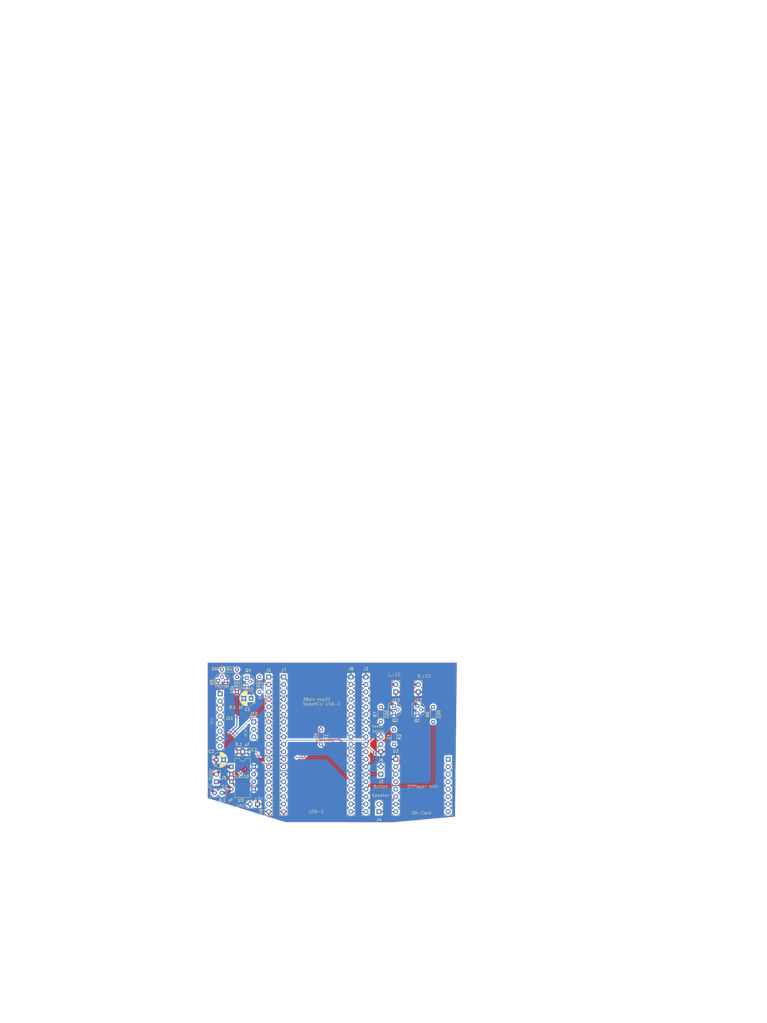
<source format=kicad_pcb>
(kicad_pcb (version 20240108) (generator "pcbnew") (generator_version "8.0")
  (layers (0 "F.Cu" signal) (31 "B.Cu" signal) (34 "B.Paste" user) (35 "F.Paste" user) (36 "B.SilkS" user "B.Silkscreen") (37 "F.SilkS" user "F.Silkscreen") (38 "B.Mask" user) (39 "F.Mask" user) (44 "Edge.Cuts" user))
  (net 0 "")
  (net 1 "/MCU/button_in")
  (net 2 "GND")
  (net 3 "Net-(J5-Pin_2)")
  (net 4 "Net-(J5-Pin_1)")
  (net 5 "/MCU/servo_PWM")
  (net 6 "+5V")
  (net 7 "/MCU/Touch1")
  (net 8 "Net-(J1-Pin_2)")
  (net 9 "Net-(J1-Pin_3)")
  (net 10 "Net-(J1-Pin_5)")
  (net 11 "Main Serial Rx")
  (net 12 "/MCU/TFT_A0")
  (net 13 "/MCU/TFT_RESET")
  (net 14 "Net-(J1-Pin_4)")
  (net 15 "Main Serial Tx")
  (net 16 "+3.3V")
  (net 17 "Net-(J1-Pin_12)")
  (net 18 "Net-(J1-Pin_6)")
  (net 19 "/MCU/Touch2")
  (net 20 "/MCU/Touch3")
  (net 21 "/MCU/TFT_LED_on")
  (net 22 "Net-(J2-Pin_36)")
  (net 23 "/MCU/VSPI_MOSI")
  (net 24 "/DFPlayer/DFPlayer_Rx")
  (net 25 "/MCU/VSPI_MISO")
  (net 26 "/MCU/VSPI_CS")
  (net 27 "/MCU/counterclockwise")
  (net 28 "/DFPlayer/DFPlayer_Tx")
  (net 29 "/MCU/VSPI_CLK")
  (net 30 "/LEDs/left_LED_base")
  (net 31 "/LEDs/right_LED_base")
  (net 32 "Net-(Q4-B)")
  (net 33 "Net-(J11-Pin_1)")
  (net 34 "Net-(J12-Pin_2)")
  (net 35 "Net-(J13-Pin_2)")
  (net 36 "Net-(Q1-B)")
  (net 37 "Net-(Q2-B)")
  (net 38 "Net-(Q4-C)")
  (net 39 "Net-(U2-RX)")
  (net 40 "Net-(Q5-B)")
  (net 50 "Net-(J1-Pin_16)")
  (net 51 "Net-(J1-Pin_18)")
  (net 52 "Net-(J1-Pin_17)")
  (net 53 "/MCU/clockwise")
  (net 54 "Net-(J2-Pin_22)")
  (net 55 "Net-(J2-Pin_20)")
  (net 56 "Net-(J2-Pin_21)")
  (net 57 "/DFPlayer/speaker +")
  (net 58 "/DFPlayer/speaker -")
  (footprint "Connector_PinSocket_2.54mm:PinSocket_1x02_P2.54mm_Vertical" (layer "F.Cu") (at 153.67 257.81 180)
    (property "Reference" "J13" (at 0 -2.77 0) (layer "F.SilkS"))
    (property "Value" "right LED")
    (pad "1" thru_hole rect (at 0 0 180) (size 1.7 1.7) (drill 1) (layers "*.Cu" "*.Mask") (net 6 "+5V"))
    (pad "2" thru_hole oval (at 0 2.54 180) (size 1.7 1.7) (drill 1) (layers "*.Cu" "*.Mask") (net 35 "Net-(J13-Pin_2)"))
  )
  (footprint "Connector_PinSocket_2.54mm:PinSocket_1x02_P2.54mm_Vertical" (layer "F.Cu") (at 92.71 288.29 180)
    (property "Reference" "J5" (at -2.54 1.27 0) (layer "F.SilkS"))
    (property "Value" "wormdrive motor")
    (pad "1" thru_hole rect (at 0 0 180) (size 1.7 1.7) (drill 1) (layers "*.Cu" "*.Mask") (net 4 "Net-(J5-Pin_1)"))
    (pad "2" thru_hole oval (at 0 2.54 180) (size 1.7 1.7) (drill 1) (layers "*.Cu" "*.Mask") (net 3 "Net-(J5-Pin_2)"))
  )
  (footprint "Connector_PinSocket_2.54mm:PinSocket_1x03_P2.54mm_Vertical" (layer "F.Cu") (at 105.41 267.97)
    (property "Reference" "J10" (at 0 -2.77 0) (layer "F.SilkS"))
    (property "Value" "Touch")
    (pad "1" thru_hole rect (at 0 0) (size 1.7 1.7) (drill 1) (layers "*.Cu" "*.Mask") (net 7 "/MCU/Touch1"))
    (pad "2" thru_hole oval (at 0 2.54) (size 1.7 1.7) (drill 1) (layers "*.Cu" "*.Mask") (net 19 "/MCU/Touch2"))
    (pad "3" thru_hole oval (at 0 5.08) (size 1.7 1.7) (drill 1) (layers "*.Cu" "*.Mask") (net 20 "/MCU/Touch3"))
  )
  (footprint "Connector_PinSocket_2.54mm:PinSocket_1x02_P2.54mm_Vertical" (layer "F.Cu") (at 148.59 285.75 180)
    (property "Reference" "J3" (at 0 -2.54 0) (layer "F.SilkS"))
    (property "Value" "Button")
    (pad "1" thru_hole rect (at 0 0 180) (size 1.7 1.7) (drill 1) (layers "*.Cu" "*.Mask") (net 1 "/MCU/button_in"))
    (pad "2" thru_hole oval (at 0 2.54 180) (size 1.7 1.7) (drill 1) (layers "*.Cu" "*.Mask") (net 2 "GND"))
  )
  (footprint "Resistor_THT:R_Axial_DIN0204_L3.6mm_D1.6mm_P5.08mm_Horizontal" (layer "F.Cu") (at 153.035 270.51 -90)
    (property "Reference" "R2" (at 2.54 -1.92 90) (layer "F.SilkS"))
    (property "Value" "1k" (at 2.54 1.92 90) (layer "F.SilkS"))
    (pad "1" thru_hole circle (at 0 0 270) (size 1.4 1.4) (drill 0.7) (layers "*.Cu" "*.Mask") (net 24 "/DFPlayer/DFPlayer_Rx"))
    (pad "2" thru_hole oval (at 5.08 0 270) (size 1.4 1.4) (drill 0.7) (layers "*.Cu" "*.Mask") (net 39 "Net-(U2-RX)"))
  )
  (footprint "1x19_renumbered:PinSocket_1x19_P2.54mm_Vertical_renumbered" (layer "F.Cu") (at 138.43 252.73)
    (property "Reference" "J8" (at 0 -2.77 0) (layer "F.SilkS"))
    (property "Value" "MCU20-38")
    (pad "20" thru_hole oval (at 0 45.72) (size 1.7 1.7) (drill 1) (layers "*.Cu" "*.Mask") (net 55 "Net-(J2-Pin_20)"))
    (pad "21" thru_hole oval (at 0 43.18) (size 1.7 1.7) (drill 1) (layers "*.Cu" "*.Mask") (net 56 "Net-(J2-Pin_21)"))
    (pad "22" thru_hole oval (at 0 40.64) (size 1.7 1.7) (drill 1) (layers "*.Cu" "*.Mask") (net 54 "Net-(J2-Pin_22)"))
    (pad "23" thru_hole oval (at 0 38.1) (size 1.7 1.7) (drill 1) (layers "*.Cu" "*.Mask") (net 30 "/LEDs/left_LED_base"))
    (pad "24" thru_hole oval (at 0 35.56) (size 1.7 1.7) (drill 1) (layers "*.Cu" "*.Mask") (net 26 "/MCU/VSPI_CS"))
    (pad "25" thru_hole oval (at 0 33.02) (size 1.7 1.7) (drill 1) (layers "*.Cu" "*.Mask") (net 1 "/MCU/button_in"))
    (pad "26" thru_hole oval (at 0 30.48) (size 1.7 1.7) (drill 1) (layers "*.Cu" "*.Mask") (net 5 "/MCU/servo_PWM"))
    (pad "27" thru_hole oval (at 0 27.94) (size 1.7 1.7) (drill 1) (layers "*.Cu" "*.Mask") (net 27 "/MCU/counterclockwise"))
    (pad "28" thru_hole oval (at 0 25.4) (size 1.7 1.7) (drill 1) (layers "*.Cu" "*.Mask") (net 53 "/MCU/clockwise"))
    (pad "29" thru_hole oval (at 0 22.86) (size 1.7 1.7) (drill 1) (layers "*.Cu" "*.Mask") (net 31 "/LEDs/right_LED_base"))
    (pad "30" thru_hole oval (at 0 20.32) (size 1.7 1.7) (drill 1) (layers "*.Cu" "*.Mask") (net 29 "/MCU/VSPI_CLK"))
    (pad "31" thru_hole oval (at 0 17.78) (size 1.7 1.7) (drill 1) (layers "*.Cu" "*.Mask") (net 25 "/MCU/VSPI_MISO"))
    (pad "32" thru_hole oval (at 0 15.24) (size 1.7 1.7) (drill 1) (layers "*.Cu" "*.Mask") (net 2 "GND"))
    (pad "33" thru_hole oval (at 0 12.7) (size 1.7 1.7) (drill 1) (layers "*.Cu" "*.Mask") (net 21 "/MCU/TFT_LED_on"))
    (pad "34" thru_hole oval (at 0 10.16) (size 1.7 1.7) (drill 1) (layers "*.Cu" "*.Mask") (net 11 "Main Serial Rx"))
    (pad "35" thru_hole oval (at 0 7.62) (size 1.7 1.7) (drill 1) (layers "*.Cu" "*.Mask") (net 15 "Main Serial Tx"))
    (pad "36" thru_hole oval (at 0 5.08) (size 1.7 1.7) (drill 1) (layers "*.Cu" "*.Mask") (net 22 "Net-(J2-Pin_36)"))
    (pad "37" thru_hole oval (at 0 2.54) (size 1.7 1.7) (drill 1) (layers "*.Cu" "*.Mask") (net 23 "/MCU/VSPI_MOSI"))
    (pad "38" thru_hole rect (at 0 0) (size 1.7 1.7) (drill 1) (layers "*.Cu" "*.Mask") (net 2 "GND"))
  )
  (footprint "Package_TO_SOT_THT:TO-92" (layer "F.Cu") (at 161 262.5 -90)
    (property "Reference" "Q1" (at 5 0 180) (layer "F.SilkS"))
    (property "Value" "Q_NPN_CBE BC337")
    (pad "1" thru_hole rect (at 0 0 270) (size 1.3 1.3) (drill 0.75) (layers "*.Cu" "*.Mask") (net 34 "Net-(J12-Pin_2)"))
    (pad "2" thru_hole circle (at 1.27 -1.27 270) (size 1.3 1.3) (drill 0.75) (layers "*.Cu" "*.Mask") (net 36 "Net-(Q1-B)"))
    (pad "3" thru_hole circle (at 2.54 0 270) (size 1.3 1.3) (drill 0.75) (layers "*.Cu" "*.Mask") (net 2 "GND"))
  )
  (footprint "Resistor_THT:R_Axial_DIN0204_L3.6mm_D1.6mm_P5.08mm_Horizontal" (layer "F.Cu") (at 128.27 270.51 -90)
    (property "Reference" "R1" (at 2.54 -1.92 90) (layer "F.SilkS"))
    (property "Value" "10k" (at 2.54 1.92 90) (layer "F.SilkS"))
    (pad "1" thru_hole circle (at 0 0 270) (size 1.4 1.4) (drill 0.7) (layers "*.Cu" "*.Mask") (net 16 "+3.3V"))
    (pad "2" thru_hole oval (at 5.08 0 270) (size 1.4 1.4) (drill 0.7) (layers "*.Cu" "*.Mask") (net 1 "/MCU/button_in"))
  )
  (footprint "Capacitor_THT:CP_Radial_D5.0mm_P2.50mm" (layer "F.Cu") (at 92.652179 280.855162)
    (property "Reference" "C3" (at -1.652179 -2.855162 360) (layer "F.SilkS"))
    (property "Value" "10 uF" (at 0.847821 1.644838 360) (layer "B.SilkS") (effects (justify mirror)))
    (pad "1" thru_hole rect (at 0 0) (size 1.6 1.6) (drill 0.8) (layers "*.Cu" "*.Mask") (net 6 "+5V"))
    (pad "2" thru_hole circle (at 2.5 0) (size 1.6 1.6) (drill 0.8) (layers "*.Cu" "*.Mask") (net 2 "GND"))
  )
  (footprint "Connector_PinSocket_2.54mm:PinSocket_1x08_P2.54mm_Vertical" (layer "F.Cu") (at 93.98 258.445)
    (property "Reference" "J11" (at 3.175 8.255 0) (layer "F.SilkS"))
    (property "Value" "TFT")
    (pad "1" thru_hole rect (at 0 0) (size 1.7 1.7) (drill 1) (layers "*.Cu" "*.Mask") (net 33 "Net-(J11-Pin_1)"))
    (pad "2" thru_hole oval (at 0 2.54) (size 1.7 1.7) (drill 1) (layers "*.Cu" "*.Mask") (net 29 "/MCU/VSPI_CLK"))
    (pad "3" thru_hole oval (at 0 5.08) (size 1.7 1.7) (drill 1) (layers "*.Cu" "*.Mask") (net 23 "/MCU/VSPI_MOSI"))
    (pad "4" thru_hole oval (at 0 7.62) (size 1.7 1.7) (drill 1) (layers "*.Cu" "*.Mask") (net 12 "/MCU/TFT_A0"))
    (pad "5" thru_hole oval (at 0 10.16) (size 1.7 1.7) (drill 1) (layers "*.Cu" "*.Mask") (net 13 "/MCU/TFT_RESET"))
    (pad "6" thru_hole oval (at 0 12.7) (size 1.7 1.7) (drill 1) (layers "*.Cu" "*.Mask") (net 26 "/MCU/VSPI_CS"))
    (pad "7" thru_hole oval (at 0 15.24) (size 1.7 1.7) (drill 1) (layers "*.Cu" "*.Mask") (net 2 "GND"))
    (pad "8" thru_hole oval (at 0 17.78) (size 1.7 1.7) (drill 1) (layers "*.Cu" "*.Mask") (net 16 "+3.3V"))
  )
  (footprint "Connector_PinHeader_2.54mm:PinHeader_1x19_P2.54mm_Vertical" (layer "F.Cu") (at 110.49 252.73)
    (property "Reference" "J1" (at 0 -2.33 0) (layer "F.SilkS"))
    (property "Value" "MCU1-19")
    (pad "1" thru_hole rect (at 0 0) (size 1.7 1.7) (drill 1) (layers "*.Cu" "*.Mask") (net 16 "+3.3V"))
    (pad "2" thru_hole oval (at 0 2.54) (size 1.7 1.7) (drill 1) (layers "*.Cu" "*.Mask") (net 8 "Net-(J1-Pin_2)"))
    (pad "3" thru_hole oval (at 0 5.08) (size 1.7 1.7) (drill 1) (layers "*.Cu" "*.Mask") (net 9 "Net-(J1-Pin_3)"))
    (pad "4" thru_hole oval (at 0 7.62) (size 1.7 1.7) (drill 1) (layers "*.Cu" "*.Mask") (net 14 "Net-(J1-Pin_4)"))
    (pad "5" thru_hole oval (at 0 10.16) (size 1.7 1.7) (drill 1) (layers "*.Cu" "*.Mask") (net 10 "Net-(J1-Pin_5)"))
    (pad "6" thru_hole oval (at 0 12.7) (size 1.7 1.7) (drill 1) (layers "*.Cu" "*.Mask") (net 18 "Net-(J1-Pin_6)"))
    (pad "7" thru_hole oval (at 0 15.24) (size 1.7 1.7) (drill 1) (layers "*.Cu" "*.Mask") (net 7 "/MCU/Touch1"))
    (pad "8" thru_hole oval (at 0 17.78) (size 1.7 1.7) (drill 1) (layers "*.Cu" "*.Mask") (net 19 "/MCU/Touch2"))
    (pad "9" thru_hole oval (at 0 20.32) (size 1.7 1.7) (drill 1) (layers "*.Cu" "*.Mask") (net 28 "/DFPlayer/DFPlayer_Tx"))
    (pad "10" thru_hole oval (at 0 22.86) (size 1.7 1.7) (drill 1) (layers "*.Cu" "*.Mask") (net 24 "/DFPlayer/DFPlayer_Rx"))
    (pad "11" thru_hole oval (at 0 25.4) (size 1.7 1.7) (drill 1) (layers "*.Cu" "*.Mask") (net 20 "/MCU/Touch3"))
    (pad "12" thru_hole oval (at 0 27.94) (size 1.7 1.7) (drill 1) (layers "*.Cu" "*.Mask") (net 17 "Net-(J1-Pin_12)"))
    (pad "13" thru_hole oval (at 0 30.48) (size 1.7 1.7) (drill 1) (layers "*.Cu" "*.Mask") (net 12 "/MCU/TFT_A0"))
    (pad "14" thru_hole oval (at 0 33.02) (size 1.7 1.7) (drill 1) (layers "*.Cu" "*.Mask") (net 2 "GND"))
    (pad "15" thru_hole oval (at 0 35.56) (size 1.7 1.7) (drill 1) (layers "*.Cu" "*.Mask") (net 13 "/MCU/TFT_RESET"))
    (pad "16" thru_hole oval (at 0 38.1) (size 1.7 1.7) (drill 1) (layers "*.Cu" "*.Mask") (net 50 "Net-(J1-Pin_16)"))
    (pad "17" thru_hole oval (at 0 40.64) (size 1.7 1.7) (drill 1) (layers "*.Cu" "*.Mask") (net 52 "Net-(J1-Pin_17)"))
    (pad "18" thru_hole oval (at 0 43.18) (size 1.7 1.7) (drill 1) (layers "*.Cu" "*.Mask") (net 51 "Net-(J1-Pin_18)"))
    (pad "19" thru_hole oval (at 0 45.72) (size 1.7 1.7) (drill 1) (layers "*.Cu" "*.Mask") (net 6 "+5V"))
  )
  (footprint "Connector_PinHeader_2.54mm:PinHeader_1x19_P2.54mm_Vertical" (layer "F.Cu") (at 115.57 252.73)
    (property "Reference" "J7" (at 0 -2.33 0) (layer "F.SilkS"))
    (property "Value" "MCU1-19")
    (pad "1" thru_hole rect (at 0 0) (size 1.7 1.7) (drill 1) (layers "*.Cu" "*.Mask") (net 16 "+3.3V"))
    (pad "2" thru_hole oval (at 0 2.54) (size 1.7 1.7) (drill 1) (layers "*.Cu" "*.Mask") (net 8 "Net-(J1-Pin_2)"))
    (pad "3" thru_hole oval (at 0 5.08) (size 1.7 1.7) (drill 1) (layers "*.Cu" "*.Mask") (net 9 "Net-(J1-Pin_3)"))
    (pad "4" thru_hole oval (at 0 7.62) (size 1.7 1.7) (drill 1) (layers "*.Cu" "*.Mask") (net 14 "Net-(J1-Pin_4)"))
    (pad "5" thru_hole oval (at 0 10.16) (size 1.7 1.7) (drill 1) (layers "*.Cu" "*.Mask") (net 10 "Net-(J1-Pin_5)"))
    (pad "6" thru_hole oval (at 0 12.7) (size 1.7 1.7) (drill 1) (layers "*.Cu" "*.Mask") (net 18 "Net-(J1-Pin_6)"))
    (pad "7" thru_hole oval (at 0 15.24) (size 1.7 1.7) (drill 1) (layers "*.Cu" "*.Mask") (net 7 "/MCU/Touch1"))
    (pad "8" thru_hole oval (at 0 17.78) (size 1.7 1.7) (drill 1) (layers "*.Cu" "*.Mask") (net 19 "/MCU/Touch2"))
    (pad "9" thru_hole oval (at 0 20.32) (size 1.7 1.7) (drill 1) (layers "*.Cu" "*.Mask") (net 28 "/DFPlayer/DFPlayer_Tx"))
    (pad "10" thru_hole oval (at 0 22.86) (size 1.7 1.7) (drill 1) (layers "*.Cu" "*.Mask") (net 24 "/DFPlayer/DFPlayer_Rx"))
    (pad "11" thru_hole oval (at 0 25.4) (size 1.7 1.7) (drill 1) (layers "*.Cu" "*.Mask") (net 20 "/MCU/Touch3"))
    (pad "12" thru_hole oval (at 0 27.94) (size 1.7 1.7) (drill 1) (layers "*.Cu" "*.Mask") (net 17 "Net-(J1-Pin_12)"))
    (pad "13" thru_hole oval (at 0 30.48) (size 1.7 1.7) (drill 1) (layers "*.Cu" "*.Mask") (net 12 "/MCU/TFT_A0"))
    (pad "14" thru_hole oval (at 0 33.02) (size 1.7 1.7) (drill 1) (layers "*.Cu" "*.Mask") (net 2 "GND"))
    (pad "15" thru_hole oval (at 0 35.56) (size 1.7 1.7) (drill 1) (layers "*.Cu" "*.Mask") (net 13 "/MCU/TFT_RESET"))
    (pad "16" thru_hole oval (at 0 38.1) (size 1.7 1.7) (drill 1) (layers "*.Cu" "*.Mask") (net 50 "Net-(J1-Pin_16)"))
    (pad "17" thru_hole oval (at 0 40.64) (size 1.7 1.7) (drill 1) (layers "*.Cu" "*.Mask") (net 52 "Net-(J1-Pin_17)"))
    (pad "18" thru_hole oval (at 0 43.18) (size 1.7 1.7) (drill 1) (layers "*.Cu" "*.Mask") (net 51 "Net-(J1-Pin_18)"))
    (pad "19" thru_hole oval (at 0 45.72) (size 1.7 1.7) (drill 1) (layers "*.Cu" "*.Mask") (net 6 "+5V"))
  )
  (footprint "Connector_PinSocket_2.54mm:PinSocket_1x02_P2.54mm_Vertical" (layer "F.Cu") (at 161.29 257.81 180)
    (property "Reference" "J12" (at 0 -2.77 0) (layer "F.SilkS"))
    (property "Value" "left LED")
    (pad "1" thru_hole rect (at 0 0 180) (size 1.7 1.7) (drill 1) (layers "*.Cu" "*.Mask") (net 6 "+5V"))
    (pad "2" thru_hole oval (at 0 2.54 180) (size 1.7 1.7) (drill 1) (layers "*.Cu" "*.Mask") (net 34 "Net-(J12-Pin_2)"))
  )
  (footprint "DFPlayer:DFPlayer" (layer "F.Cu") (at 153.67 280.67)
    (property "Reference" "U2" (at 0 -2.77 0) (layer "F.SilkS"))
    (property "Value" "DFPLAYER_MINI" (hide yes))
    (pad "1" thru_hole rect (at 0 0) (size 1.7 1.7) (drill 1) (layers "*.Cu" "*.Mask") (net 6 "+5V"))
    (pad "2" thru_hole oval (at 0 2.54) (size 1.7 1.7) (drill 1) (layers "*.Cu" "*.Mask") (net 39 "Net-(U2-RX)"))
    (pad "3" thru_hole oval (at 0 5.08) (size 1.7 1.7) (drill 1) (layers "*.Cu" "*.Mask") (net 28 "/DFPlayer/DFPlayer_Tx"))
    (pad "4" thru_hole oval (at 0 7.62) (size 1.7 1.7) (drill 1) (layers "*.Cu" "*.Mask"))
    (pad "5" thru_hole oval (at 0 10.16) (size 1.7 1.7) (drill 1) (layers "*.Cu" "*.Mask"))
    (pad "6" thru_hole oval (at 0 12.7) (size 1.7 1.7) (drill 1) (layers "*.Cu" "*.Mask") (net 57 "/DFPlayer/speaker +"))
    (pad "7" thru_hole oval (at 0 15.24) (size 1.7 1.7) (drill 1) (layers "*.Cu" "*.Mask") (net 2 "GND"))
    (pad "8" thru_hole oval (at 0 17.78) (size 1.7 1.7) (drill 1) (layers "*.Cu" "*.Mask") (net 58 "/DFPlayer/speaker -"))
    (pad "9" thru_hole oval (at 17.78 17.78) (size 1.7 1.7) (drill 1) (layers "*.Cu" "*.Mask"))
    (pad "10" thru_hole oval (at 17.78 15.24) (size 1.7 1.7) (drill 1) (layers "*.Cu" "*.Mask") (net 2 "GND"))
    (pad "11" thru_hole oval (at 17.78 12.7) (size 1.7 1.7) (drill 1) (layers "*.Cu" "*.Mask"))
    (pad "12" thru_hole oval (at 17.78 10.16) (size 1.7 1.7) (drill 1) (layers "*.Cu" "*.Mask"))
    (pad "13" thru_hole oval (at 17.78 7.62) (size 1.7 1.7) (drill 1) (layers "*.Cu" "*.Mask"))
    (pad "14" thru_hole oval (at 17.78 5.08) (size 1.7 1.7) (drill 1) (layers "*.Cu" "*.Mask"))
    (pad "15" thru_hole oval (at 17.78 2.54) (size 1.7 1.7) (drill 1) (layers "*.Cu" "*.Mask"))
    (pad "16" thru_hole rect (at 17.78 0) (size 1.7 1.7) (drill 1) (layers "*.Cu" "*.Mask"))
  )
  (footprint "1x19_renumbered:PinSocket_1x19_P2.54mm_Vertical_renumbered" (layer "F.Cu") (at 143.51 252.73)
    (property "Reference" "J2" (at 0 -2.77 0) (layer "F.SilkS"))
    (property "Value" "MCU20-38")
    (pad "20" thru_hole oval (at 0 45.72) (size 1.7 1.7) (drill 1) (layers "*.Cu" "*.Mask") (net 55 "Net-(J2-Pin_20)"))
    (pad "21" thru_hole oval (at 0 43.18) (size 1.7 1.7) (drill 1) (layers "*.Cu" "*.Mask") (net 56 "Net-(J2-Pin_21)"))
    (pad "22" thru_hole oval (at 0 40.64) (size 1.7 1.7) (drill 1) (layers "*.Cu" "*.Mask") (net 54 "Net-(J2-Pin_22)"))
    (pad "23" thru_hole oval (at 0 38.1) (size 1.7 1.7) (drill 1) (layers "*.Cu" "*.Mask") (net 30 "/LEDs/left_LED_base"))
    (pad "24" thru_hole oval (at 0 35.56) (size 1.7 1.7) (drill 1) (layers "*.Cu" "*.Mask") (net 26 "/MCU/VSPI_CS"))
    (pad "25" thru_hole oval (at 0 33.02) (size 1.7 1.7) (drill 1) (layers "*.Cu" "*.Mask") (net 1 "/MCU/button_in"))
    (pad "26" thru_hole oval (at 0 30.48) (size 1.7 1.7) (drill 1) (layers "*.Cu" "*.Mask") (net 5 "/MCU/servo_PWM"))
    (pad "27" thru_hole oval (at 0 27.94) (size 1.7 1.7) (drill 1) (layers "*.Cu" "*.Mask") (net 27 "/MCU/counterclockwise"))
    (pad "28" thru_hole oval (at 0 25.4) (size 1.7 1.7) (drill 1) (layers "*.Cu" "*.Mask") (net 53 "/MCU/clockwise"))
    (pad "29" thru_hole oval (at 0 22.86) (size 1.7 1.7) (drill 1) (layers "*.Cu" "*.Mask") (net 31 "/LEDs/right_LED_base"))
    (pad "30" thru_hole oval (at 0 20.32) (size 1.7 1.7) (drill 1) (layers "*.Cu" "*.Mask") (net 29 "/MCU/VSPI_CLK"))
    (pad "31" thru_hole oval (at 0 17.78) (size 1.7 1.7) (drill 1) (layers "*.Cu" "*.Mask") (net 25 "/MCU/VSPI_MISO"))
    (pad "32" thru_hole oval (at 0 15.24) (size 1.7 1.7) (drill 1) (layers "*.Cu" "*.Mask") (net 2 "GND"))
    (pad "33" thru_hole oval (at 0 12.7) (size 1.7 1.7) (drill 1) (layers "*.Cu" "*.Mask") (net 21 "/MCU/TFT_LED_on"))
    (pad "34" thru_hole oval (at 0 10.16) (size 1.7 1.7) (drill 1) (layers "*.Cu" "*.Mask") (net 11 "Main Serial Rx"))
    (pad "35" thru_hole oval (at 0 7.62) (size 1.7 1.7) (drill 1) (layers "*.Cu" "*.Mask") (net 15 "Main Serial Tx"))
    (pad "36" thru_hole oval (at 0 5.08) (size 1.7 1.7) (drill 1) (layers "*.Cu" "*.Mask") (net 22 "Net-(J2-Pin_36)"))
    (pad "37" thru_hole oval (at 0 2.54) (size 1.7 1.7) (drill 1) (layers "*.Cu" "*.Mask") (net 23 "/MCU/VSPI_MOSI"))
    (pad "38" thru_hole rect (at 0 0) (size 1.7 1.7) (drill 1) (layers "*.Cu" "*.Mask") (net 2 "GND"))
  )
  (footprint "Capacitor_THT:C_Disc_D5.0mm_W2.5mm_P2.50mm" (layer "F.Cu") (at 92.095 292.1)
    (property "Reference" "C1" (at 3.405 -2.1 0) (layer "F.SilkS"))
    (property "Value" "0,1 uF" (at 3.905 2.4 0) (layer "F.SilkS"))
    (pad "1" thru_hole circle (at 0 0) (size 1.6 1.6) (drill 0.8) (layers "*.Cu" "*.Mask") (net 3 "Net-(J5-Pin_2)"))
    (pad "2" thru_hole circle (at 2.5 0) (size 1.6 1.6) (drill 0.8) (layers "*.Cu" "*.Mask") (net 4 "Net-(J5-Pin_1)"))
  )
  (footprint "Resistor_THT:R_Axial_DIN0204_L3.6mm_D1.6mm_P5.08mm_Horizontal" (layer "F.Cu") (at 148.59 267.97 90)
    (property "Reference" "R7" (at 2.54 -1.92 90) (layer "F.SilkS"))
    (property "Value" "220" (at 2.54 1.92 90) (layer "F.SilkS"))
    (pad "1" thru_hole circle (at 0 0 90) (size 1.4 1.4) (drill 0.7) (layers "*.Cu" "*.Mask") (net 31 "/LEDs/right_LED_base"))
    (pad "2" thru_hole oval (at 5.08 0 90) (size 1.4 1.4) (drill 0.7) (layers "*.Cu" "*.Mask") (net 37 "Net-(Q2-B)"))
  )
  (footprint "Package_TO_SOT_THT:TO-92" (layer "F.Cu") (at 93.345 254)
    (property "Reference" "Q5" (at -2.213303 0.5 90) (layer "F.SilkS"))
    (property "Value" "BC327" (at 1.155 2 0) (layer "B.SilkS") (effects (justify mirror)))
    (pad "1" thru_hole rect (at 0 0) (size 1.3 1.3) (drill 0.75) (layers "*.Cu" "*.Mask") (net 33 "Net-(J11-Pin_1)"))
    (pad "2" thru_hole circle (at 1.27 -1.27) (size 1.3 1.3) (drill 0.75) (layers "*.Cu" "*.Mask") (net 40 "Net-(Q5-B)"))
    (pad "3" thru_hole circle (at 2.54 0) (size 1.3 1.3) (drill 0.75) (layers "*.Cu" "*.Mask") (net 6 "+5V"))
  )
  (footprint "Capacitor_THT:C_Disc_D5.0mm_W2.5mm_P2.50mm" (layer "F.Cu") (at 102.87 278.13 180)
    (property "Reference" "C2" (at -2.63 0.63 0) (layer "F.SilkS"))
    (property "Value" "0,1 uF" (at 1.25 2.5 0) (layer "F.SilkS"))
    (pad "1" thru_hole circle (at 0 0 180) (size 1.6 1.6) (drill 0.8) (layers "*.Cu" "*.Mask") (net 2 "GND"))
    (pad "2" thru_hole circle (at 2.5 0 180) (size 1.6 1.6) (drill 0.8) (layers "*.Cu" "*.Mask") (net 6 "+5V"))
  )
  (footprint "Connector_PinSocket_2.54mm:PinSocket_1x02_P2.54mm_Vertical" (layer "F.Cu") (at 106.68 295.935 -90)
    (property "Reference" "J9" (at 2.515 -1.27 90) (layer "F.SilkS"))
    (property "Value" "Power")
    (pad "1" thru_hole rect (at 0 0 270) (size 1.7 1.7) (drill 1) (layers "*.Cu" "*.Mask") (net 6 "+5V"))
    (pad "2" thru_hole oval (at 0 2.54 270) (size 1.7 1.7) (drill 1) (layers "*.Cu" "*.Mask") (net 2 "GND"))
  )
  (footprint "Capacitor_THT:CP_Radial_D5.0mm_P2.50mm" (layer "F.Cu") (at 104.5 260 180)
    (property "Reference" "C5" (at 1.25 -3.75 0) (layer "F.SilkS"))
    (property "Value" "0.1 uF" (at 5 -3 0) (layer "F.SilkS"))
    (pad "1" thru_hole rect (at 0 0 180) (size 1.6 1.6) (drill 0.8) (layers "*.Cu" "*.Mask") (net 8 "Net-(J1-Pin_2)"))
    (pad "2" thru_hole circle (at 2.5 0 180) (size 1.6 1.6) (drill 0.8) (layers "*.Cu" "*.Mask") (net 2 "GND"))
  )
  (footprint "Connector_PinSocket_2.54mm:PinSocket_1x02_P2.54mm_Vertical" (layer "F.Cu") (at 147.955 298.45 180)
    (property "Reference" "J4" (at 0 -2.77 0) (layer "F.SilkS"))
    (property "Value" "Speaker")
    (pad "1" thru_hole rect (at 0 0 180) (size 1.7 1.7) (drill 1) (layers "*.Cu" "*.Mask") (net 58 "/DFPlayer/speaker -"))
    (pad "2" thru_hole oval (at 0 2.54 180) (size 1.7 1.7) (drill 1) (layers "*.Cu" "*.Mask") (net 57 "/DFPlayer/speaker +"))
  )
  (footprint "Resistor_THT:R_Axial_DIN0204_L3.6mm_D1.6mm_P5.08mm_Horizontal" (layer "F.Cu") (at 107.315 257.81 90)
    (property "Reference" "R5" (at 2.54 0 90) (layer "F.SilkS"))
    (property "Value" "1k" (at -1.69 0.185 90) (layer "F.SilkS"))
    (pad "1" thru_hole circle (at 0 0 90) (size 1.4 1.4) (drill 0.7) (layers "*.Cu" "*.Mask") (net 21 "/MCU/TFT_LED_on"))
    (pad "2" thru_hole oval (at 5.08 0 90) (size 1.4 1.4) (drill 0.7) (layers "*.Cu" "*.Mask") (net 32 "Net-(Q4-B)"))
  )
  (footprint "Package_DIP:CERDIP-8_W7.62mm_SideBrazed" (layer "F.Cu") (at 97.79 283.21)
    (property "Reference" "U3" (at 3.175 11.43 0) (layer "F.SilkS"))
    (property "Value" "L9110" (at 3.71 3.29 0) (layer "F.SilkS"))
    (pad "1" thru_hole rect (at 0 0) (size 1.6 1.6) (drill 0.8) (layers "*.Cu" "*.Mask") (net 3 "Net-(J5-Pin_2)"))
    (pad "2" thru_hole circle (at 0 2.54) (size 1.6 1.6) (drill 0.8) (layers "*.Cu" "*.Mask") (net 6 "+5V"))
    (pad "3" thru_hole circle (at 0 5.08) (size 1.6 1.6) (drill 0.8) (layers "*.Cu" "*.Mask") (net 6 "+5V"))
    (pad "4" thru_hole circle (at 0 7.62) (size 1.6 1.6) (drill 0.8) (layers "*.Cu" "*.Mask") (net 4 "Net-(J5-Pin_1)"))
    (pad "5" thru_hole circle (at 7.62 7.62) (size 1.6 1.6) (drill 0.8) (layers "*.Cu" "*.Mask") (net 2 "GND"))
    (pad "6" thru_hole circle (at 7.62 5.08) (size 1.6 1.6) (drill 0.8) (layers "*.Cu" "*.Mask") (net 27 "/MCU/counterclockwise"))
    (pad "7" thru_hole circle (at 7.62 2.54) (size 1.6 1.6) (drill 0.8) (layers "*.Cu" "*.Mask") (net 53 "/MCU/clockwise"))
    (pad "8" thru_hole circle (at 7.62 0) (size 1.6 1.6) (drill 0.8) (layers "*.Cu" "*.Mask") (net 2 "GND"))
  )
  (footprint "Resistor_THT:R_Axial_DIN0204_L3.6mm_D1.6mm_P5.08mm_Horizontal" (layer "F.Cu") (at 166.37 267.97 90)
    (property "Reference" "R6" (at 2.54 -1.92 90) (layer "F.SilkS"))
    (property "Value" "220" (at 2.54 1.92 90) (layer "F.SilkS"))
    (pad "1" thru_hole circle (at 0 0 90) (size 1.4 1.4) (drill 0.7) (layers "*.Cu" "*.Mask") (net 30 "/LEDs/left_LED_base"))
    (pad "2" thru_hole oval (at 5.08 0 90) (size 1.4 1.4) (drill 0.7) (layers "*.Cu" "*.Mask") (net 36 "Net-(Q1-B)"))
  )
  (footprint "Connector_PinSocket_2.54mm:PinSocket_1x03_P2.54mm_Vertical" (layer "F.Cu") (at 148.59 278.13 180)
    (property "Reference" "J6" (at 0 -2.77 0) (layer "F.SilkS"))
    (property "Value" "teeth motor")
    (pad "1" thru_hole rect (at 0 0 180) (size 1.7 1.7) (drill 1) (layers "*.Cu" "*.Mask") (net 6 "+5V"))
    (pad "2" thru_hole oval (at 0 2.54 180) (size 1.7 1.7) (drill 1) (layers "*.Cu" "*.Mask") (net 5 "/MCU/servo_PWM"))
    (pad "3" thru_hole oval (at 0 5.08 180) (size 1.7 1.7) (drill 1) (layers "*.Cu" "*.Mask") (net 2 "GND"))
  )
  (footprint "Resistor_THT:R_Axial_DIN0204_L3.6mm_D1.6mm_P5.08mm_Horizontal" (layer "F.Cu") (at 99.695 250.19 180)
    (property "Reference" "R4" (at 2.54 0 0) (layer "F.SilkS"))
    (property "Value" "500" (at 7.195 0.19 0) (layer "F.SilkS"))
    (pad "1" thru_hole circle (at 0 0 180) (size 1.4 1.4) (drill 0.7) (layers "*.Cu" "*.Mask") (net 38 "Net-(Q4-C)"))
    (pad "2" thru_hole oval (at 5.08 0 180) (size 1.4 1.4) (drill 0.7) (layers "*.Cu" "*.Mask") (net 40 "Net-(Q5-B)"))
  )
  (footprint "Package_TO_SOT_THT:TO-92" (layer "F.Cu") (at 153 262.5 -90)
    (property "Reference" "Q2" (at 5 -0.5 0) (layer "F.SilkS"))
    (property "Value" "Q_NPN_CBE BC337")
    (pad "1" thru_hole rect (at 0 0 270) (size 1.3 1.3) (drill 0.75) (layers "*.Cu" "*.Mask") (net 35 "Net-(J13-Pin_2)"))
    (pad "2" thru_hole circle (at 1.27 -1.27 270) (size 1.3 1.3) (drill 0.75) (layers "*.Cu" "*.Mask") (net 37 "Net-(Q2-B)"))
    (pad "3" thru_hole circle (at 2.54 0 270) (size 1.3 1.3) (drill 0.75) (layers "*.Cu" "*.Mask") (net 2 "GND"))
  )
  (footprint "Resistor_THT:R_Axial_DIN0204_L3.6mm_D1.6mm_P5.08mm_Horizontal" (layer "F.Cu") (at 99.695 257.81 90)
    (property "Reference" "R3" (at 2.54 0 90) (layer "F.SilkS"))
    (property "Value" "10k" (at 0.81 -1.695 90) (layer "F.SilkS"))
    (pad "1" thru_hole circle (at 0 0 90) (size 1.4 1.4) (drill 0.7) (layers "*.Cu" "*.Mask") (net 6 "+5V"))
    (pad "2" thru_hole oval (at 5.08 0 90) (size 1.4 1.4) (drill 0.7) (layers "*.Cu" "*.Mask") (net 38 "Net-(Q4-C)"))
  )
  (footprint "Package_TO_SOT_THT:TO-92" (layer "F.Cu") (at 103 253 -90)
    (property "Reference" "Q4" (at -2.5 -0.5 0) (layer "F.SilkS"))
    (property "Value" "BC337" (at 4 0 360) (layer "B.SilkS") (effects (justify mirror)))
    (pad "1" thru_hole rect (at 0 0 270) (size 1.3 1.3) (drill 0.75) (layers "*.Cu" "*.Mask") (net 38 "Net-(Q4-C)"))
    (pad "2" thru_hole circle (at 1.27 -1.27 270) (size 1.3 1.3) (drill 0.75) (layers "*.Cu" "*.Mask") (net 32 "Net-(Q4-B)"))
    (pad "3" thru_hole circle (at 2.54 0 270) (size 1.3 1.3) (drill 0.75) (layers "*.Cu" "*.Mask") (net 2 "GND"))
  )
  (gr_line (start 89.535 247.65) (end 174.625 247.65) (stroke (width 0.05)) (layer "Edge.Cuts"))
  (gr_line (start 173.99 300.355) (end 153.035 302.26) (stroke (width 0.05)) (layer "Edge.Cuts"))
  (gr_line (start 89.535 294.005) (end 116.205 302.26) (stroke (width 0.05)) (layer "Edge.Cuts"))
  (gr_line (start 173.99 300.355) (end 174.625 247.65) (stroke (width 0.05)) (layer "Edge.Cuts"))
  (gr_line (start 116.205 302.26) (end 153.035 302.26) (stroke (width 0.05)) (layer "Edge.Cuts"))
  (gr_line (start 89.535 247.65) (end 89.535 294.005) (stroke (width 0.05)) (layer "Edge.Cuts"))
  (gr_text "GND\n" (at 99.5 297 0) (layer "F.SilkS") (effects (font (size 1 1) (thickness 0.1)) (justify left bottom)))
  (gr_text "Button\n" (at 146 290.5 0) (layer "F.SilkS") (effects (font (size 1 1) (thickness 0.1)) (justify left bottom)))
  (gr_text "+5V\n" (at 105.41 294.605 0) (layer "F.SilkS") (effects (font (size 1 1) (thickness 0.1)) (justify left bottom)))
  (gr_text "teeth \nservo\n" (at 145.606282 271.66144 0) (layer "F.SilkS") (effects (font (size 1 1) (thickness 0.1)) (justify left bottom)))
  (gr_text "TFT" (at 92 269 90) (layer "F.SilkS") (effects (font (size 1 1) (thickness 0.1)) (justify left bottom)))
  (gr_text "R_LED\n" (at 161 253 0) (layer "F.SilkS") (effects (font (size 1 1) (thickness 0.1)) (justify left bottom)))
  (gr_text "DC Motor" (at 91.16862 290.686501 90) (layer "F.SilkS") (effects (font (size 1 1) (thickness 0.1)) (justify left bottom)))
  (gr_text "TOUCH\n" (at 102 268 -90) (layer "F.SilkS") (effects (font (size 1 1) (thickness 0.1)) (justify left bottom)))
  (gr_text "Speaker\n" (at 145.5 293.5 0) (layer "F.SilkS") (effects (font (size 1 1) (thickness 0.1)) (justify left bottom)))
  (gr_text "L_LED\n" (at 151 252.5 0) (layer "F.SilkS") (effects (font (size 1 1) (thickness 0.1)) (justify left bottom)))
  (gr_text "USB-C" (at 124 299 0) (layer "F.SilkS") (effects (font (size 1 1) (thickness 0.1)) (justify left bottom)))
  (gr_text "DFPlayer mini\n" (at 157.5 290.5 0) (layer "F.SilkS") (effects (font (size 1 1) (thickness 0.1)) (justify left bottom)))
  (gr_text "38pin esp32 \nNodeMCU USB-C" (at 122 262.5 0) (layer "F.SilkS") (effects (font (size 1 1) (thickness 0.1)) (justify left bottom)))
  (gr_text "SD-Card\n" (at 159 299.5 0) (layer "F.SilkS") (effects (font (size 1 1) (thickness 0.1)) (justify left bottom)))
  (segment (start 143.51 285.75) (end 138.43 285.75) (width 0.35) (layer "F.Cu") (net 1))
  (segment (start 138.43 285.75) (end 128.27 275.59) (width 0.35) (layer "F.Cu") (net 1))
  (segment (start 143.51 285.75) (end 148.59 285.75) (width 0.35) (layer "B.Cu") (net 1))
  (segment (start 115.57 285.75) (end 110.49 285.75) (width 0.35) (layer "F.Cu") (net 2))
  (segment (start 90.805 286.385) (end 91.44 285.75) (width 1) (layer "F.Cu") (net 3))
  (segment (start 91.44 285.75) (end 92.71 285.75) (width 1) (layer "F.Cu") (net 3))
  (segment (start 90.805 290.81) (end 90.805 286.385) (width 1) (layer "F.Cu") (net 3))
  (segment (start 92.095 292.1) (end 90.805 290.81) (width 1) (layer "F.Cu") (net 3))
  (segment (start 95.25 283.21) (end 92.71 285.75) (width 1) (layer "F.Cu") (net 3))
  (segment (start 97.79 283.21) (end 95.25 283.21) (width 1) (layer "F.Cu") (net 3))
  (segment (start 97.79 290.83) (end 96.52 292.1) (width 1) (layer "F.Cu") (net 4))
  (segment (start 95.25 288.29) (end 97.79 290.83) (width 1) (layer "F.Cu") (net 4))
  (segment (start 96.52 292.1) (end 94.595 292.1) (width 1) (layer "F.Cu") (net 4))
  (segment (start 92.71 288.29) (end 95.25 288.29) (width 1) (layer "F.Cu") (net 4))
  (segment (start 92.67 288.25) (end 92.71 288.29) (width 0.35) (layer "F.Cu") (net 4))
  (segment (start 138.43 283.21) (end 143.51 283.21) (width 0.35) (layer "F.Cu") (net 5))
  (segment (start 143.51 283.21) (end 146.05 280.67) (width 0.35) (layer "B.Cu") (net 5))
  (segment (start 146.05 280.67) (end 146.05 278.13) (width 0.35) (layer "B.Cu") (net 5))
  (segment (start 146.05 278.13) (end 148.59 275.59) (width 0.35) (layer "B.Cu") (net 5))
  (via (at 96.776561 272.316404) (size 0.6) (drill 0.3) (layers "F.Cu" "B.Cu") (net 6))
  (via (at 102.5 284) (size 0.6) (drill 0.3) (layers "F.Cu" "B.Cu") (net 6))
  (segment (start 99.695 257.81) (end 99.695 269.305) (width 0.35) (layer "B.Cu") (net 6))
  (segment (start 97.79 285.75) (end 100.75 285.75) (width 0.35) (layer "B.Cu") (net 6))
  (segment (start 99.695 269.305) (end 96.75 272.25) (width 0.35) (layer "B.Cu") (net 6))
  (segment (start 100.75 285.75) (end 102.5 284) (width 0.35) (layer "B.Cu") (net 6))
  (segment (start 105.41 267.97) (end 110.49 267.97) (width 0.2) (layer "F.Cu") (net 7))
  (segment (start 115.57 267.97) (end 110.49 267.97) (width 0.35) (layer "F.Cu") (net 7))
  (segment (start 104.5 260) (end 104.5 259) (width 0.2) (layer "F.Cu") (net 8))
  (segment (start 104.5 259) (end 108.23 255.27) (width 0.2) (layer "F.Cu") (net 8))
  (segment (start 108.23 255.27) (end 110.49 255.27) (width 0.2) (layer "F.Cu") (net 8))
  (segment (start 115.57 255.27) (end 110.49 255.27) (width 0.35) (layer "F.Cu") (net 8))
  (segment (start 115.57 257.81) (end 110.49 257.81) (width 0.35) (layer "F.Cu") (net 9))
  (segment (start 115.57 262.89) (end 110.49 262.89) (width 0.35) (layer "F.Cu") (net 10))
  (segment (start 143.51 262.89) (end 138.43 262.89) (width 0.35) (layer "F.Cu") (net 11))
  (segment (start 93.98 266.065) (end 106.68 278.765) (width 0.2) (layer "F.Cu") (net 12))
  (segment (start 115.57 283.21) (end 110.49 283.21) (width 0.35) (layer "F.Cu") (net 12))
  (via (at 106.68 278.765) (size 0.6) (drill 0.3) (layers "F.Cu" "B.Cu") (net 12))
  (segment (start 106.68 279.4) (end 110.49 283.21) (width 0.2) (layer "B.Cu") (net 12))
  (segment (start 106.68 278.765) (end 106.68 279.4) (width 0.2) (layer "B.Cu") (net 12))
  (segment (start 105.124365 289.56) (end 100.044365 284.48) (width 0.2) (layer "F.Cu") (net 13))
  (segment (start 92.5 278) (end 91 276.5) (width 0.2) (layer "F.Cu") (net 13))
  (segment (start 115.57 288.29) (end 110.49 288.29) (width 0.35) (layer "F.Cu") (net 13))
  (segment (start 96.044365 278) (end 92.5 278) (width 0.2) (layer "F.Cu") (net 13))
  (segment (start 100.044365 282) (end 96.044365 278) (width 0.2) (layer "F.Cu") (net 13))
  (segment (start 100.044365 284.48) (end 100.044365 282) (width 0.2) (layer "F.Cu") (net 13))
  (segment (start 91 271.585) (end 93.98 268.605) (width 0.2) (layer "F.Cu") (net 13))
  (segment (start 109.22 289.56) (end 105.124365 289.56) (width 0.2) (layer "F.Cu") (net 13))
  (segment (start 91 276.5) (end 91 271.585) (width 0.2) (layer "F.Cu") (net 13))
  (segment (start 110.49 288.29) (end 109.22 289.56) (width 0.2) (layer "F.Cu") (net 13))
  (segment (start 115.57 260.35) (end 110.49 260.35) (width 0.35) (layer "F.Cu") (net 14))
  (segment (start 138.43 260.35) (end 143.51 260.35) (width 0.35) (layer "F.Cu") (net 15))
  (segment (start 128.27 270.51) (end 128.27 265.43) (width 0.35) (layer "F.Cu") (net 16))
  (segment (start 115.57 252.73) (end 110.49 252.73) (width 0.35) (layer "F.Cu") (net 16))
  (segment (start 128.27 265.43) (end 115.57 252.73) (width 0.35) (layer "F.Cu") (net 16))
  (segment (start 104.655 266.82) (end 109.34 262.135) (width 0.2) (layer "B.Cu") (net 16))
  (segment (start 95.25 276.225) (end 104.26 267.215) (width 0.2) (layer "B.Cu") (net 16))
  (segment (start 109.34 253.88) (end 110.49 252.73) (width 0.2) (layer "B.Cu") (net 16))
  (segment (start 109.34 262.135) (end 109.34 253.88) (width 0.2) (layer "B.Cu") (net 16))
  (segment (start 104.26 266.82) (end 104.655 266.82) (width 0.2) (layer "B.Cu") (net 16))
  (segment (start 104.26 267.215) (end 104.26 266.82) (width 0.2) (layer "B.Cu") (net 16))
  (segment (start 93.98 276.225) (end 95.25 276.225) (width 0.2) (layer "B.Cu") (net 16))
  (segment (start 115.57 280.67) (end 110.49 280.67) (width 0.35) (layer "F.Cu") (net 17))
  (segment (start 115.57 265.43) (end 110.49 265.43) (width 0.35) (layer "F.Cu") (net 18))
  (segment (start 115.57 270.51) (end 110.49 270.51) (width 0.35) (layer "F.Cu") (net 19))
  (segment (start 105.41 270.51) (end 110.49 270.51) (width 0.2) (layer "F.Cu") (net 19))
  (segment (start 115.57 278.13) (end 110.49 278.13) (width 0.35) (layer "F.Cu") (net 20))
  (segment (start 105.41 273.05) (end 110.49 278.13) (width 0.2) (layer "F.Cu") (net 20))
  (segment (start 116.325 259.2) (end 127.27 270.145) (width 0.2) (layer "F.Cu") (net 21))
  (segment (start 107.315 257.81) (end 108.705 259.2) (width 0.2) (layer "F.Cu") (net 21))
  (segment (start 138.43 265.43) (end 137.795 265.43) (width 0.35) (layer "F.Cu") (net 21))
  (segment (start 132.08 271.78) (end 138.43 265.43) (width 0.2) (layer "F.Cu") (net 21))
  (segment (start 127.27 270.924214) (end 128.125786 271.78) (width 0.2) (layer "F.Cu") (net 21))
  (segment (start 127.27 270.145) (end 127.27 270.924214) (width 0.2) (layer "F.Cu") (net 21))
  (segment (start 128.125786 271.78) (end 132.08 271.78) (width 0.2) (layer "F.Cu") (net 21))
  (segment (start 138.43 265.43) (end 143.51 265.43) (width 0.35) (layer "F.Cu") (net 21))
  (segment (start 108.705 259.2) (end 116.325 259.2) (width 0.2) (layer "F.Cu") (net 21))
  (segment (start 138.43 257.81) (end 143.51 257.81) (width 0.35) (layer "F.Cu") (net 22))
  (segment (start 92.395 261.94) (end 92.395 250.995786) (width 0.2) (layer "F.Cu") (net 23))
  (segment (start 94.200786 249.19) (end 132.35 249.19) (width 0.2) (layer "F.Cu") (net 23))
  (segment (start 143.51 255.27) (end 138.43 255.27) (width 0.35) (layer "F.Cu") (net 23))
  (segment (start 93.98 263.525) (end 92.395 261.94) (width 0.2) (layer "F.Cu") (net 23))
  (segment (start 132.35 249.19) (end 138.43 255.27) (width 0.2) (layer "F.Cu") (net 23))
  (segment (start 92.395 250.995786) (end 94.200786 249.19) (width 0.2) (layer "F.Cu") (net 23))
  (segment (start 115.57 275.59) (end 110.49 275.59) (width 0.35) (layer "F.Cu") (net 24))
  (segment (start 149.345 274.2) (end 116.96 274.2) (width 0.2) (layer "B.Cu") (net 24))
  (segment (start 153.035 270.51) (end 149.345 274.2) (width 0.2) (layer "B.Cu") (net 24))
  (segment (start 116.96 274.2) (end 115.57 275.59) (width 0.2) (layer "B.Cu") (net 24))
  (segment (start 143.51 270.51) (end 138.43 270.51) (width 0.35) (layer "F.Cu") (net 25))
  (segment (start 93.98 271.145) (end 97.440635 271.145) (width 0.2) (layer "F.Cu") (net 26))
  (segment (start 97.440635 271.145) (end 105.815635 279.52) (width 0.2) (layer "F.Cu") (net 26))
  (segment (start 138.43 288.29) (end 143.51 288.29) (width 0.35) (layer "F.Cu") (net 26))
  (segment (start 105.815635 279.52) (end 119.5 279.52) (width 0.2) (layer "F.Cu") (net 26))
  (segment (start 119.5 279.52) (end 120.015 280.035) (width 0.2) (layer "F.Cu") (net 26))
  (via (at 120.015 280.035) (size 0.6) (drill 0.3) (layers "F.Cu" "B.Cu") (net 26))
  (segment (start 120.015 280.035) (end 130.175 280.035) (width 0.2) (layer "B.Cu") (net 26))
  (segment (start 130.175 280.035) (end 138.43 288.29) (width 0.2) (layer "B.Cu") (net 26))
  (segment (start 132.08 274.32) (end 138.43 280.67) (width 0.2) (layer "F.Cu") (net 27))
  (segment (start 117.965786 284.48) (end 128.125786 274.32) (width 0.2) (layer "F.Cu") (net 27))
  (segment (start 128.125786 274.32) (end 132.08 274.32) (width 0.2) (layer "F.Cu") (net 27))
  (segment (start 143.51 280.67) (end 138.43 280.67) (width 0.35) (layer "F.Cu") (net 27))
  (segment (start 105.41 288.29) (end 109.22 284.48) (width 0.2) (layer "F.Cu") (net 27))
  (segment (start 109.22 284.48) (end 117.965786 284.48) (width 0.2) (layer "F.Cu") (net 27))
  (segment (start 133.915686 273.05) (end 115.57 273.05) (width 0.2) (layer "F.Cu") (net 28))
  (segment (start 153.67 285.75) (end 144.66 276.74) (width 0.2) (layer "F.Cu") (net 28))
  (segment (start 144.66 276.74) (end 137.605686 276.74) (width 0.2) (layer "F.Cu") (net 28))
  (segment (start 115.57 273.05) (end 110.49 273.05) (width 0.35) (layer "F.Cu") (net 28))
  (segment (start 137.605686 276.74) (end 133.915686 273.05) (width 0.2) (layer "F.Cu") (net 28))
  (segment (start 128.2801 272.5) (end 137.88 272.5) (width 0.2) (layer "F.Cu") (net 29))
  (segment (start 122.3601 266.58) (end 128.2801 272.5) (width 0.2) (layer "F.Cu") (net 29))
  (segment (start 93.98 260.985) (end 99.575 266.58) (width 0.2) (layer "F.Cu") (net 29))
  (segment (start 99.575 266.58) (end 122.3601 266.58) (width 0.2) (layer "F.Cu") (net 29))
  (segment (start 137.88 272.5) (end 138.43 273.05) (width 0.2) (layer "F.Cu") (net 29))
  (segment (start 138.43 273.05) (end 143.51 273.05) (width 0.35) (layer "F.Cu") (net 29))
  (segment (start 143.51 290.83) (end 138.43 290.83) (width 0.35) (layer "F.Cu") (net 30))
  (segment (start 165.055 289.605) (end 166.37 288.29) (width 0.35) (layer "B.Cu") (net 30))
  (segment (start 144.735 289.605) (end 165.055 289.605) (width 0.35) (layer "B.Cu") (net 30))
  (segment (start 143.51 290.83) (end 144.735 289.605) (width 0.35) (layer "B.Cu") (net 30))
  (segment (start 166.37 288.29) (end 166.37 267.97) (width 0.35) (layer "B.Cu") (net 30))
  (segment (start 146.05 270.51) (end 146.05 273.05) (width 0.35) (layer "F.Cu") (net 31))
  (segment (start 146.05 273.05) (end 143.51 275.59) (width 0.35) (layer "F.Cu") (net 31))
  (segment (start 148.59 267.97) (end 146.05 270.51) (width 0.35) (layer "F.Cu") (net 31))
  (segment (start 143.51 275.59) (end 138.43 275.59) (width 0.35) (layer "F.Cu") (net 31))
  (segment (start 105.775 254.27) (end 107.315 252.73) (width 0.2) (layer "F.Cu") (net 32))
  (segment (start 104.27 254.27) (end 105.775 254.27) (width 0.2) (layer "F.Cu") (net 32))
  (segment (start 93.345 257.175) (end 93.345 254) (width 0.35) (layer "F.Cu") (net 33))
  (segment (start 93.98 258.445) (end 93.98 257.81) (width 0.2) (layer "F.Cu") (net 33))
  (segment (start 93.98 257.81) (end 93.345 257.175) (width 0.35) (layer "F.Cu") (net 33))
  (segment (start 158.75 255.27) (end 161.29 255.27) (width 1) (layer "F.Cu") (net 34))
  (segment (start 158.115 259.715) (end 158.215 259.715) (width 1) (layer "F.Cu") (net 34))
  (segment (start 158.115 255.905) (end 158.75 255.27) (width 1) (layer "F.Cu") (net 34))
  (segment (start 158.115 259.715) (end 158.115 255.905) (width 1) (layer "F.Cu") (net 34))
  (segment (start 158.215 259.715) (end 161 262.5) (width 1) (layer "F.Cu") (net 34))
  (segment (start 153.67 255.27) (end 151.765 255.27) (width 1) (layer "F.Cu") (net 35))
  (segment (start 151.765 255.27) (end 151.13 255.905) (width 1) (layer "F.Cu") (net 35))
  (segment (start 151.13 260.63) (end 153 262.5) (width 1) (layer "F.Cu") (net 35))
  (segment (start 151.13 255.905) (end 151.13 260.63) (width 1) (layer "F.Cu") (net 35))
  (segment (start 166.37 262.89) (end 165.49 263.77) (width 0.35) (layer "F.Cu") (net 36))
  (segment (start 165.49 263.77) (end 162.27 263.77) (width 0.35) (layer "F.Cu") (net 36))
  (segment (start 149.47 263.77) (end 154.27 263.77) (width 0.35) (layer "F.Cu") (net 37))
  (segment (start 148.59 262.89) (end 149.47 263.77) (width 0.35) (layer "F.Cu") (net 37))
  (segment (start 99.695 252.73) (end 99.695 250.19) (width 0.2) (layer "F.Cu") (net 38))
  (segment (start 99.965 253) (end 99.695 252.73) (width 0.2) (layer "F.Cu") (net 38))
  (segment (start 103 253) (end 99.965 253) (width 0.2) (layer "F.Cu") (net 38))
  (segment (start 153.67 283.21) (end 154.895 281.985) (width 0.2) (layer "F.Cu") (net 39))
  (segment (start 154.895 281.985) (end 154.895 277.45) (width 0.2) (layer "F.Cu") (net 39))
  (segment (start 154.895 277.45) (end 153.035 275.59) (width 0.2) (layer "F.Cu") (net 39))
  (segment (start 94.615 250.19) (end 94.615 252.73) (width 0.2) (layer "F.Cu") (net 40))
  (segment (start 115.57 290.83) (end 110.49 290.83) (width 0.35) (layer "F.Cu") (net 50))
  (segment (start 115.57 295.91) (end 110.49 295.91) (width 0.35) (layer "F.Cu") (net 51))
  (segment (start 115.57 293.37) (end 110.49 293.37) (width 0.35) (layer "F.Cu") (net 52))
  (segment (start 105.41 285.184315) (end 108.534315 282.06) (width 0.2) (layer "F.Cu") (net 53))
  (segment (start 105.41 285.75) (end 105.41 285.184315) (width 0.2) (layer "F.Cu") (net 53))
  (segment (start 134.22 273.92) (end 138.43 278.13) (width 0.2) (layer "F.Cu") (net 53))
  (segment (start 138.43 278.13) (end 143.51 278.13) (width 0.35) (layer "F.Cu") (net 53))
  (segment (start 119.26 282.06) (end 127.4 273.92) (width 0.2) (layer "F.Cu") (net 53))
  (segment (start 127.4 273.92) (end 134.22 273.92) (width 0.2) (layer "F.Cu") (net 53))
  (segment (start 108.534315 282.06) (end 119.26 282.06) (width 0.2) (layer "F.Cu") (net 53))
  (segment (start 138.43 293.37) (end 143.51 293.37) (width 0.35) (layer "F.Cu") (net 54))
  (segment (start 138.43 298.45) (end 143.51 298.45) (width 0.35) (layer "F.Cu") (net 55))
  (segment (start 143.51 295.91) (end 138.43 295.91) (width 0.35) (layer "F.Cu") (net 56))
  (segment (start 147.955 295.91) (end 151.13 295.91) (width 0.35) (layer "F.Cu") (net 57))
  (segment (start 151.13 295.91) (end 153.67 293.37) (width 0.35) (layer "F.Cu") (net 57))
  (segment (start 147.955 298.45) (end 153.67 298.45) (width 0.35) (layer "F.Cu") (net 58))
  (zone (net 6) (net_name "+5V") (layer "F.Cu") (priority 1) (connect_pads (clearance 0.5)) (min_thickness 0.25) (fill yes (thermal_gap 0.5) (thermal_bridge_width 0.5))
    (polygon (pts (xy 89.535 247.65) (xy 89.535 294.005) (xy 113.665 301.625) (xy 153.035 302.226931) (xy 173.99 300.355) (xy 174.625 247.65)))
  )
  (zone (net 2) (net_name "GND") (layer "B.Cu") (connect_pads (clearance 0.5)) (min_thickness 0.25) (fill yes (thermal_gap 0.5) (thermal_bridge_width 0.5))
    (polygon (pts (xy 89.535 247.65) (xy 89.535 294.005) (xy 116.205 302.26) (xy 153.035 302.26) (xy 173.99 300.355) (xy 174.625 247.65)))
  )
)
</source>
